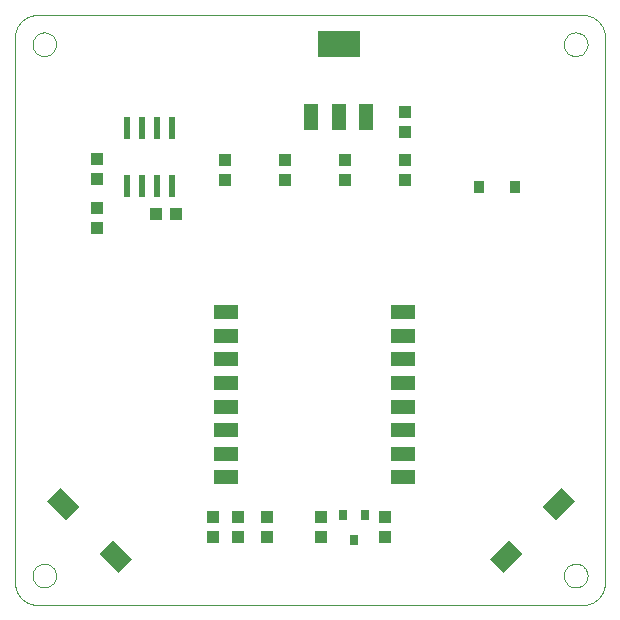
<source format=gtp>
G75*
%MOIN*%
%OFA0B0*%
%FSLAX24Y24*%
%IPPOS*%
%LPD*%
%AMOC8*
5,1,8,0,0,1.08239X$1,22.5*
%
%ADD10C,0.0000*%
%ADD11R,0.0787X0.0472*%
%ADD12R,0.0220X0.0780*%
%ADD13R,0.0433X0.0394*%
%ADD14R,0.0906X0.0630*%
%ADD15R,0.0480X0.0880*%
%ADD16R,0.1417X0.0866*%
%ADD17R,0.0394X0.0433*%
%ADD18R,0.0374X0.0413*%
%ADD19R,0.0315X0.0354*%
D10*
X000947Y000205D02*
X019058Y000205D01*
X019112Y000207D01*
X019165Y000212D01*
X019218Y000221D01*
X019270Y000234D01*
X019322Y000250D01*
X019372Y000270D01*
X019420Y000293D01*
X019467Y000320D01*
X019512Y000349D01*
X019555Y000382D01*
X019595Y000417D01*
X019633Y000455D01*
X019668Y000495D01*
X019701Y000538D01*
X019730Y000583D01*
X019757Y000630D01*
X019780Y000678D01*
X019800Y000728D01*
X019816Y000780D01*
X019829Y000832D01*
X019838Y000885D01*
X019843Y000938D01*
X019845Y000992D01*
X019845Y019103D01*
X019843Y019157D01*
X019838Y019210D01*
X019829Y019263D01*
X019816Y019315D01*
X019800Y019367D01*
X019780Y019417D01*
X019757Y019465D01*
X019730Y019512D01*
X019701Y019557D01*
X019668Y019600D01*
X019633Y019640D01*
X019595Y019678D01*
X019555Y019713D01*
X019512Y019746D01*
X019467Y019775D01*
X019420Y019802D01*
X019372Y019825D01*
X019322Y019845D01*
X019270Y019861D01*
X019218Y019874D01*
X019165Y019883D01*
X019112Y019888D01*
X019058Y019890D01*
X000947Y019890D01*
X000893Y019888D01*
X000840Y019883D01*
X000787Y019874D01*
X000735Y019861D01*
X000683Y019845D01*
X000633Y019825D01*
X000585Y019802D01*
X000538Y019775D01*
X000493Y019746D01*
X000450Y019713D01*
X000410Y019678D01*
X000372Y019640D01*
X000337Y019600D01*
X000304Y019557D01*
X000275Y019512D01*
X000248Y019465D01*
X000225Y019417D01*
X000205Y019367D01*
X000189Y019315D01*
X000176Y019263D01*
X000167Y019210D01*
X000162Y019157D01*
X000160Y019103D01*
X000160Y000992D01*
X000162Y000938D01*
X000167Y000885D01*
X000176Y000832D01*
X000189Y000780D01*
X000205Y000728D01*
X000225Y000678D01*
X000248Y000630D01*
X000275Y000583D01*
X000304Y000538D01*
X000337Y000495D01*
X000372Y000455D01*
X000410Y000417D01*
X000450Y000382D01*
X000493Y000349D01*
X000538Y000320D01*
X000585Y000293D01*
X000633Y000270D01*
X000683Y000250D01*
X000735Y000234D01*
X000787Y000221D01*
X000840Y000212D01*
X000893Y000207D01*
X000947Y000205D01*
X000753Y001192D02*
X000755Y001231D01*
X000761Y001270D01*
X000771Y001308D01*
X000784Y001345D01*
X000801Y001380D01*
X000821Y001414D01*
X000845Y001445D01*
X000872Y001474D01*
X000901Y001500D01*
X000933Y001523D01*
X000967Y001543D01*
X001003Y001559D01*
X001040Y001571D01*
X001079Y001580D01*
X001118Y001585D01*
X001157Y001586D01*
X001196Y001583D01*
X001235Y001576D01*
X001272Y001565D01*
X001309Y001551D01*
X001344Y001533D01*
X001377Y001512D01*
X001408Y001487D01*
X001436Y001460D01*
X001461Y001430D01*
X001483Y001397D01*
X001502Y001363D01*
X001517Y001327D01*
X001529Y001289D01*
X001537Y001251D01*
X001541Y001212D01*
X001541Y001172D01*
X001537Y001133D01*
X001529Y001095D01*
X001517Y001057D01*
X001502Y001021D01*
X001483Y000987D01*
X001461Y000954D01*
X001436Y000924D01*
X001408Y000897D01*
X001377Y000872D01*
X001344Y000851D01*
X001309Y000833D01*
X001272Y000819D01*
X001235Y000808D01*
X001196Y000801D01*
X001157Y000798D01*
X001118Y000799D01*
X001079Y000804D01*
X001040Y000813D01*
X001003Y000825D01*
X000967Y000841D01*
X000933Y000861D01*
X000901Y000884D01*
X000872Y000910D01*
X000845Y000939D01*
X000821Y000970D01*
X000801Y001004D01*
X000784Y001039D01*
X000771Y001076D01*
X000761Y001114D01*
X000755Y001153D01*
X000753Y001192D01*
X000753Y018903D02*
X000755Y018942D01*
X000761Y018981D01*
X000771Y019019D01*
X000784Y019056D01*
X000801Y019091D01*
X000821Y019125D01*
X000845Y019156D01*
X000872Y019185D01*
X000901Y019211D01*
X000933Y019234D01*
X000967Y019254D01*
X001003Y019270D01*
X001040Y019282D01*
X001079Y019291D01*
X001118Y019296D01*
X001157Y019297D01*
X001196Y019294D01*
X001235Y019287D01*
X001272Y019276D01*
X001309Y019262D01*
X001344Y019244D01*
X001377Y019223D01*
X001408Y019198D01*
X001436Y019171D01*
X001461Y019141D01*
X001483Y019108D01*
X001502Y019074D01*
X001517Y019038D01*
X001529Y019000D01*
X001537Y018962D01*
X001541Y018923D01*
X001541Y018883D01*
X001537Y018844D01*
X001529Y018806D01*
X001517Y018768D01*
X001502Y018732D01*
X001483Y018698D01*
X001461Y018665D01*
X001436Y018635D01*
X001408Y018608D01*
X001377Y018583D01*
X001344Y018562D01*
X001309Y018544D01*
X001272Y018530D01*
X001235Y018519D01*
X001196Y018512D01*
X001157Y018509D01*
X001118Y018510D01*
X001079Y018515D01*
X001040Y018524D01*
X001003Y018536D01*
X000967Y018552D01*
X000933Y018572D01*
X000901Y018595D01*
X000872Y018621D01*
X000845Y018650D01*
X000821Y018681D01*
X000801Y018715D01*
X000784Y018750D01*
X000771Y018787D01*
X000761Y018825D01*
X000755Y018864D01*
X000753Y018903D01*
X018464Y018903D02*
X018466Y018942D01*
X018472Y018981D01*
X018482Y019019D01*
X018495Y019056D01*
X018512Y019091D01*
X018532Y019125D01*
X018556Y019156D01*
X018583Y019185D01*
X018612Y019211D01*
X018644Y019234D01*
X018678Y019254D01*
X018714Y019270D01*
X018751Y019282D01*
X018790Y019291D01*
X018829Y019296D01*
X018868Y019297D01*
X018907Y019294D01*
X018946Y019287D01*
X018983Y019276D01*
X019020Y019262D01*
X019055Y019244D01*
X019088Y019223D01*
X019119Y019198D01*
X019147Y019171D01*
X019172Y019141D01*
X019194Y019108D01*
X019213Y019074D01*
X019228Y019038D01*
X019240Y019000D01*
X019248Y018962D01*
X019252Y018923D01*
X019252Y018883D01*
X019248Y018844D01*
X019240Y018806D01*
X019228Y018768D01*
X019213Y018732D01*
X019194Y018698D01*
X019172Y018665D01*
X019147Y018635D01*
X019119Y018608D01*
X019088Y018583D01*
X019055Y018562D01*
X019020Y018544D01*
X018983Y018530D01*
X018946Y018519D01*
X018907Y018512D01*
X018868Y018509D01*
X018829Y018510D01*
X018790Y018515D01*
X018751Y018524D01*
X018714Y018536D01*
X018678Y018552D01*
X018644Y018572D01*
X018612Y018595D01*
X018583Y018621D01*
X018556Y018650D01*
X018532Y018681D01*
X018512Y018715D01*
X018495Y018750D01*
X018482Y018787D01*
X018472Y018825D01*
X018466Y018864D01*
X018464Y018903D01*
X018464Y001192D02*
X018466Y001231D01*
X018472Y001270D01*
X018482Y001308D01*
X018495Y001345D01*
X018512Y001380D01*
X018532Y001414D01*
X018556Y001445D01*
X018583Y001474D01*
X018612Y001500D01*
X018644Y001523D01*
X018678Y001543D01*
X018714Y001559D01*
X018751Y001571D01*
X018790Y001580D01*
X018829Y001585D01*
X018868Y001586D01*
X018907Y001583D01*
X018946Y001576D01*
X018983Y001565D01*
X019020Y001551D01*
X019055Y001533D01*
X019088Y001512D01*
X019119Y001487D01*
X019147Y001460D01*
X019172Y001430D01*
X019194Y001397D01*
X019213Y001363D01*
X019228Y001327D01*
X019240Y001289D01*
X019248Y001251D01*
X019252Y001212D01*
X019252Y001172D01*
X019248Y001133D01*
X019240Y001095D01*
X019228Y001057D01*
X019213Y001021D01*
X019194Y000987D01*
X019172Y000954D01*
X019147Y000924D01*
X019119Y000897D01*
X019088Y000872D01*
X019055Y000851D01*
X019020Y000833D01*
X018983Y000819D01*
X018946Y000808D01*
X018907Y000801D01*
X018868Y000798D01*
X018829Y000799D01*
X018790Y000804D01*
X018751Y000813D01*
X018714Y000825D01*
X018678Y000841D01*
X018644Y000861D01*
X018612Y000884D01*
X018583Y000910D01*
X018556Y000939D01*
X018532Y000970D01*
X018512Y001004D01*
X018495Y001039D01*
X018482Y001076D01*
X018472Y001114D01*
X018466Y001153D01*
X018464Y001192D01*
D11*
X013113Y004465D03*
X013113Y005252D03*
X013113Y006040D03*
X013113Y006827D03*
X013113Y007614D03*
X013113Y008402D03*
X013113Y009189D03*
X013113Y009977D03*
X007207Y009977D03*
X007207Y009189D03*
X007207Y008402D03*
X007207Y007614D03*
X007207Y006827D03*
X007207Y006040D03*
X007207Y005252D03*
X007207Y004465D03*
D12*
X005410Y014185D03*
X004910Y014185D03*
X004410Y014185D03*
X003910Y014185D03*
X003910Y016125D03*
X004410Y016125D03*
X004910Y016125D03*
X005410Y016125D03*
D13*
X007160Y015040D03*
X007160Y014370D03*
X005545Y013255D03*
X004875Y013255D03*
X002910Y013440D03*
X002910Y012770D03*
X002910Y014420D03*
X002910Y015090D03*
X009160Y015040D03*
X009160Y014370D03*
X011160Y014370D03*
X011160Y015040D03*
X013160Y015040D03*
X013160Y014370D03*
X010360Y003140D03*
X010360Y002470D03*
D14*
G36*
X015990Y001731D02*
X016630Y002371D01*
X017076Y001925D01*
X016436Y001285D01*
X015990Y001731D01*
G37*
G36*
X017744Y003485D02*
X018384Y004125D01*
X018830Y003679D01*
X018190Y003039D01*
X017744Y003485D01*
G37*
G36*
X003440Y002371D02*
X004080Y001731D01*
X003634Y001285D01*
X002994Y001925D01*
X003440Y002371D01*
G37*
G36*
X001686Y004125D02*
X002326Y003485D01*
X001880Y003039D01*
X001240Y003679D01*
X001686Y004125D01*
G37*
D15*
X010050Y016485D03*
X010960Y016485D03*
X011870Y016485D03*
D16*
X010960Y018925D03*
D17*
X013160Y016640D03*
X013160Y015970D03*
X012510Y003140D03*
X012510Y002470D03*
X008560Y002470D03*
X008560Y003140D03*
X007610Y003140D03*
X007610Y002470D03*
X006760Y002470D03*
X006760Y003140D03*
D18*
X015619Y014155D03*
X016840Y014155D03*
D19*
X011834Y003199D03*
X011086Y003199D03*
X011460Y002372D03*
M02*

</source>
